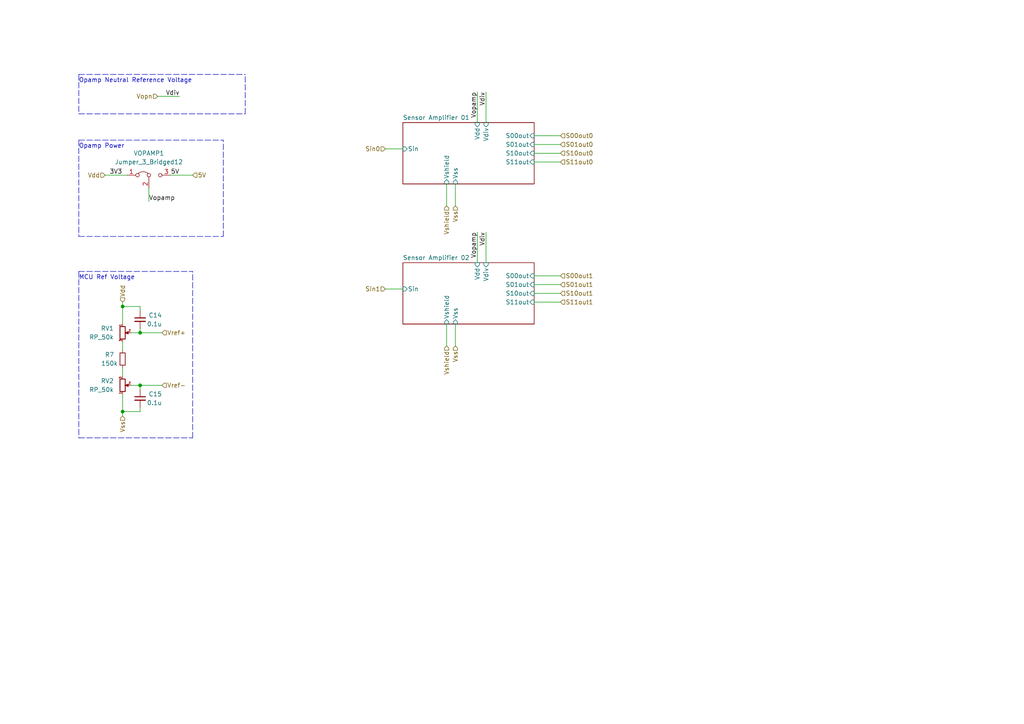
<source format=kicad_sch>
(kicad_sch (version 20211123) (generator eeschema)
  (paper "A4")
  (lib_symbols
    (symbol "Device:C_Small" (pin_numbers hide) (pin_names (offset 0.254) hide)
      (property "Reference" "C" (at 0.254 1.778 0))
      (property "Value" "C_Small" (at 0.254 -2.032 0))
      (symbol "C_Small_0_1"
        (polyline (pts (xy -1.524 -0.508) (xy 1.524 -0.508)) (stroke (width 0.3302)))
        (polyline (pts (xy -1.524 0.508) (xy 1.524 0.508)) (stroke (width 0.3048)))
      )
      (symbol "C_Small_1_1"
        (pin passive line (at 0 2.54 270) (length 2.032) (name "~") (number "1"))
        (pin passive line (at 0 -2.54 90) (length 2.032) (name "~") (number "2"))
      )
    )
    (symbol "Device:R_Potentiometer_Small" (pin_names (offset 1.016) hide)
      (property "Reference" "RV" (at -4.445 0 90))
      (property "Value" "R_Potentiometer_Small" (at -2.54 0 90))
      (symbol "R_Potentiometer_Small_0_1"
        (polyline (pts (xy 0.889 0) (xy 0.635 0) (xy 1.651 0.381) (xy 1.651 -0.381) (xy 0.635 0) (xy 0.889 0)) (fill (type outline)))
        (rectangle (start 0.762 1.8034) (end -0.762 -1.8034) (stroke (width 0.254)))
      )
      (symbol "R_Potentiometer_Small_1_1"
        (pin passive line (at 0 2.54 270) (length 0.635) (name "1") (number "1"))
        (pin passive line (at 2.54 0 180) (length 0.9906) (name "2") (number "2"))
        (pin passive line (at 0 -2.54 90) (length 0.635) (name "3") (number "3"))
      )
    )
    (symbol "Device:R_Small" (pin_numbers hide) (pin_names (offset 0.254) hide)
      (property "Reference" "R" (at 0.762 0.508 0))
      (property "Value" "R_Small" (at 0.762 -1.016 0))
      (symbol "R_Small_0_1"
        (rectangle (start -0.762 1.778) (end 0.762 -1.778) (stroke (width 0.2032)))
      )
      (symbol "R_Small_1_1"
        (pin passive line (at 0 2.54 270) (length 0.762) (name "~") (number "1"))
        (pin passive line (at 0 -2.54 90) (length 0.762) (name "~") (number "2"))
      )
    )
    (symbol "Jumper:Jumper_3_Bridged12" (pin_names (offset 0) hide)
      (property "Reference" "JP" (at -2.54 -2.54 0))
      (property "Value" "Jumper_3_Bridged12" (at 0 2.794 0))
      (symbol "Jumper_3_Bridged12_0_0"
        (circle (center -3.302 0) (radius 0.508))
        (circle (center 0 0) (radius 0.508))
        (circle (center 3.302 0) (radius 0.508))
      )
      (symbol "Jumper_3_Bridged12_0_1"
        (arc (start -0.254 0.508) (mid -1.651 0.9912) (end -3.048 0.508))
        (polyline (pts (xy 0 -1.27) (xy 0 -0.508)))
      )
      (symbol "Jumper_3_Bridged12_1_1"
        (pin passive line (at -6.35 0 0) (length 2.54) (name "A") (number "1"))
        (pin passive line (at 0 -3.81 90) (length 2.54) (name "C") (number "2"))
        (pin passive line (at 6.35 0 180) (length 2.54) (name "B") (number "3"))
      )
    )
  )
  (junction (at 35.56 88.9))
  (junction (at 40.64 96.52))
  (junction (at 35.56 119.38))
  (junction (at 40.64 111.76))
  (wire (pts (xy 154.94 85.09) (xy 162.56 85.09)))
  (wire (pts (xy 40.64 111.76) (xy 46.99 111.76)))
  (wire (pts (xy 45.72 27.94) (xy 52.07 27.94)))
  (wire (pts (xy 35.56 106.68) (xy 35.56 109.22)))
  (wire (pts (xy 140.97 67.31) (xy 140.97 76.2)))
  (wire (pts (xy 129.54 53.34) (xy 129.54 59.69)))
  (wire (pts (xy 138.43 67.31) (xy 138.43 76.2)))
  (wire (pts (xy 43.18 54.61) (xy 43.18 58.42)))
  (wire (pts (xy 154.94 87.63) (xy 162.56 87.63)))
  (wire (pts (xy 138.43 26.67) (xy 138.43 35.56)))
  (wire (pts (xy 40.64 119.38) (xy 35.56 119.38)))
  (wire (pts (xy 132.08 53.34) (xy 132.08 59.69)))
  (wire (pts (xy 111.76 83.82) (xy 116.84 83.82)))
  (wire (pts (xy 40.64 88.9) (xy 40.64 90.17)))
  (wire (pts (xy 154.94 82.55) (xy 162.56 82.55)))
  (wire (pts (xy 35.56 114.3) (xy 35.56 119.38)))
  (wire (pts (xy 40.64 118.11) (xy 40.64 119.38)))
  (wire (pts (xy 154.94 39.37) (xy 162.56 39.37)))
  (wire (pts (xy 154.94 44.45) (xy 162.56 44.45)))
  (wire (pts (xy 129.54 93.98) (xy 129.54 100.33)))
  (wire (pts (xy 35.56 87.63) (xy 35.56 88.9)))
  (polyline (pts (xy 22.86 78.74) (xy 55.88 78.74)))
  (wire (pts (xy 111.76 43.18) (xy 116.84 43.18)))
  (wire (pts (xy 140.97 26.67) (xy 140.97 35.56)))
  (polyline (pts (xy 71.12 33.02) (xy 71.12 21.59)))
  (polyline (pts (xy 55.88 127) (xy 55.88 78.74)))
  (polyline (pts (xy 22.86 40.64) (xy 22.86 68.58)))
  (wire (pts (xy 35.56 88.9) (xy 35.56 93.98)))
  (wire (pts (xy 38.1 96.52) (xy 40.64 96.52)))
  (wire (pts (xy 35.56 99.06) (xy 35.56 101.6)))
  (polyline (pts (xy 22.86 21.59) (xy 71.12 21.59)))
  (wire (pts (xy 154.94 46.99) (xy 162.56 46.99)))
  (wire (pts (xy 30.48 50.8) (xy 36.83 50.8)))
  (wire (pts (xy 49.53 50.8) (xy 55.88 50.8)))
  (polyline (pts (xy 22.86 33.02) (xy 71.12 33.02)))
  (wire (pts (xy 40.64 111.76) (xy 40.64 113.03)))
  (polyline (pts (xy 22.86 68.58) (xy 64.77 68.58)))
  (wire (pts (xy 40.64 95.25) (xy 40.64 96.52)))
  (wire (pts (xy 35.56 88.9) (xy 40.64 88.9)))
  (wire (pts (xy 132.08 93.98) (xy 132.08 100.33)))
  (polyline (pts (xy 22.86 78.74) (xy 22.86 127)))
  (polyline (pts (xy 22.86 40.64) (xy 64.77 40.64)))
  (wire (pts (xy 35.56 119.38) (xy 35.56 120.65)))
  (wire (pts (xy 38.1 111.76) (xy 40.64 111.76)))
  (polyline (pts (xy 22.86 127) (xy 55.88 127)))
  (polyline (pts (xy 64.77 68.58) (xy 64.77 40.64)))
  (wire (pts (xy 40.64 96.52) (xy 46.99 96.52)))
  (wire (pts (xy 154.94 41.91) (xy 162.56 41.91)))
  (polyline (pts (xy 22.86 21.59) (xy 22.86 33.02)))
  (wire (pts (xy 154.94 80.01) (xy 162.56 80.01)))
  (text "MCU Ref Voltage" (at 22.86 81.28 0) (effects (font (size 1.27 1.27)) (justify left bottom)))
  (text "Opamp Power" (at 22.86 43.18 0) (effects (font (size 1.27 1.27)) (justify left bottom)))
  (text "Opamp Neutral Reference Voltage" (at 22.86 24.13 0) (effects (font (size 1.27 1.27)) (justify left bottom)))
  (label "Vdiv" (at 140.97 26.67 270))
  (label "Vopamp" (at 43.18 58.42 0))
  (label "Vdiv" (at 140.97 67.31 270))
  (label "Vopamp" (at 138.43 67.31 270))
  (label "Vdiv" (at 52.07 27.94 180))
  (label "3V3" (at 31.75 50.8 0))
  (label "Vopamp" (at 138.43 26.67 270))
  (label "5V" (at 49.53 50.8 0))
  (hierarchical_label "Vdd" (shape input) (at 35.56 87.63 90))
  (hierarchical_label "Sin1" (shape input) (at 111.76 83.82 180))
  (hierarchical_label "S01out0" (shape input) (at 162.56 41.91 0))
  (hierarchical_label "S00out0" (shape input) (at 162.56 39.37 0))
  (hierarchical_label "S01out1" (shape input) (at 162.56 82.55 0))
  (hierarchical_label "5V" (shape input) (at 55.88 50.8 0))
  (hierarchical_label "S10out1" (shape input) (at 162.56 85.09 0))
  (hierarchical_label "S10out0" (shape input) (at 162.56 44.45 0))
  (hierarchical_label "S11out1" (shape input) (at 162.56 87.63 0))
  (hierarchical_label "Vss" (shape input) (at 35.56 120.65 270))
  (hierarchical_label "Vdd" (shape input) (at 30.48 50.8 180))
  (hierarchical_label "Vshield" (shape input) (at 129.54 100.33 270))
  (hierarchical_label "S00out1" (shape input) (at 162.56 80.01 0))
  (hierarchical_label "Vref+" (shape input) (at 46.99 96.52 0))
  (hierarchical_label "Vss" (shape input) (at 132.08 59.69 270))
  (hierarchical_label "Sin0" (shape input) (at 111.76 43.18 180))
  (hierarchical_label "Vss" (shape input) (at 132.08 100.33 270))
  (hierarchical_label "Vopn" (shape input) (at 45.72 27.94 180))
  (hierarchical_label "Vref-" (shape input) (at 46.99 111.76 0))
  (hierarchical_label "S11out0" (shape input) (at 162.56 46.99 0))
  (hierarchical_label "Vshield" (shape input) (at 129.54 59.69 270))
  (symbol (lib_id "Device:R_Potentiometer_Small") (at 35.56 111.76 0) (mirror x) (unit 1)
    (property "Reference" "RV2" (at 33.02 110.4899 0) (effects (justify right)))
    (property "Value" "RP_50k" (at 33.02 113.0299 0) (effects (justify right)))
    (property "Footprint" "Potentiometer_SMD:Potentiometer_Bourns_TC33X_Vertical" (effects hide))
    (property "Datasheet" "https://eu.mouser.com/datasheet/2/54/tc33-778219.pdf" (effects hide))
    (property "Ref" "TC33X-2-503E" (effects hide))
  )
  (symbol (lib_id "Device:R_Small") (at 35.56 104.14 0) (unit 1)
    (property "Reference" "R7" (at 31.75 102.87 0))
    (property "Value" "150k" (at 31.75 105.41 0))
    (property "Footprint" "Resistor_SMD:R_0805_2012Metric" (effects hide))
    (property "Datasheet" "https://www.mouser.com/datasheet/2/447/PYu_RT_1_to_0_01_RoHS_L_12-3003070.pdf" (effects hide))
    (property "Ref" "RT0805FRE07150KL" (effects hide))
  )
  (symbol (lib_id "Device:C_Small") (at 40.64 115.57 0) (mirror y) (unit 1)
    (property "Reference" "C15" (at 46.99 114.3 0) (effects (justify left)))
    (property "Value" "0.1u" (at 46.99 116.84 0) (effects (justify left)))
    (property "Footprint" "Capacitor_SMD:C_1210_3225Metric" (effects hide))
    (property "Datasheet" "https://nl.mouser.com/datasheet/2/447/UPY_NP0X5R_01005_4V_to_25V_V10-3003057.pdf" (effects hide))
    (property "Ref" "CC1210KKX7R9BB104" (effects hide))
  )
  (symbol (lib_id "Device:C_Small") (at 40.64 92.71 0) (mirror y) (unit 1)
    (property "Reference" "C14" (at 46.99 91.44 0) (effects (justify left)))
    (property "Value" "0.1u" (at 46.99 93.98 0) (effects (justify left)))
    (property "Footprint" "Capacitor_SMD:C_1210_3225Metric" (effects hide))
    (property "Datasheet" "https://nl.mouser.com/datasheet/2/447/UPY_NP0X5R_01005_4V_to_25V_V10-3003057.pdf" (effects hide))
    (property "Ref" "CC1210KKX7R9BB104" (effects hide))
  )
  (symbol (lib_id "Device:R_Potentiometer_Small") (at 35.56 96.52 0) (unit 1)
    (property "Reference" "RV1" (at 33.02 95.2499 0) (effects (justify right)))
    (property "Value" "RP_50k" (at 33.02 97.7899 0) (effects (justify right)))
    (property "Footprint" "Potentiometer_SMD:Potentiometer_Bourns_TC33X_Vertical" (effects hide))
    (property "Datasheet" "https://eu.mouser.com/datasheet/2/54/tc33-778219.pdf" (effects hide))
    (property "Ref" "TC33X-2-503E" (effects hide))
  )
  (symbol (lib_id "Jumper:Jumper_3_Bridged12") (at 43.18 50.8 0) (unit 1)
    (property "Reference" "VOPAMP1" (at 43.18 44.4531 0))
    (property "Value" "Jumper_3_Bridged12" (at 43.18 46.99 0))
    (property "Footprint" "Connector_PinHeader_2.54mm:PinHeader_1x03_P2.54mm_Vertical" (effects hide))
  )
  (sheet (at 116.84 35.56) (size 38.1 17.78) (stroke (width 0.1524))
    (property "Sheet name" "Sensor Amplifier 01" (at 116.84 34.8484 0) (effects (justify left bottom)))
    (property "Sheet file" "sensor_amplifiers/sensor_amplifier_sub_01.kicad_sch" (effects hide))
    (pin "S00out" input (at 154.94 39.37 0))
    (pin "S01out" input (at 154.94 41.91 0))
    (pin "Vdiv" input (at 140.97 35.56 90))
    (pin "Vshield" input (at 129.54 53.34 270))
    (pin "Sin" input (at 116.84 43.18 180))
    (pin "Vdd" input (at 138.43 35.56 90))
    (pin "Vss" input (at 132.08 53.34 270))
    (pin "S11out" input (at 154.94 46.99 0))
    (pin "S10out" input (at 154.94 44.45 0))
  )
  (sheet (at 116.84 76.2) (size 38.1 17.78) (stroke (width 0.1524))
    (property "Sheet name" "Sensor Amplifier 02" (at 116.84 75.4884 0) (effects (justify left bottom)))
    (property "Sheet file" "sensor_amplifiers/sensor_amplifier_sub_01.kicad_sch" (effects hide))
    (pin "S00out" input (at 154.94 80.01 0))
    (pin "S01out" input (at 154.94 82.55 0))
    (pin "Vdiv" input (at 140.97 76.2 90))
    (pin "Vshield" input (at 129.54 93.98 270))
    (pin "Sin" input (at 116.84 83.82 180))
    (pin "Vdd" input (at 138.43 76.2 90))
    (pin "Vss" input (at 132.08 93.98 270))
    (pin "S11out" input (at 154.94 87.63 0))
    (pin "S10out" input (at 154.94 85.09 0))
  )
)
</source>
